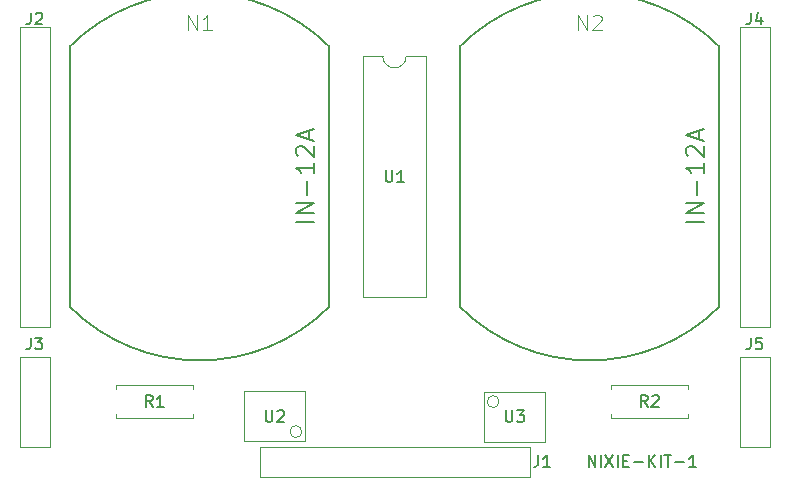
<source format=gbr>
%TF.GenerationSoftware,KiCad,Pcbnew,(5.1.6)-1*%
%TF.CreationDate,2021-12-10T20:44:56+09:00*%
%TF.ProjectId,nixie-kit-1,6e697869-652d-46b6-9974-2d312e6b6963,rev?*%
%TF.SameCoordinates,Original*%
%TF.FileFunction,Legend,Top*%
%TF.FilePolarity,Positive*%
%FSLAX46Y46*%
G04 Gerber Fmt 4.6, Leading zero omitted, Abs format (unit mm)*
G04 Created by KiCad (PCBNEW (5.1.6)-1) date 2021-12-10 20:44:56*
%MOMM*%
%LPD*%
G01*
G04 APERTURE LIST*
%ADD10C,0.150000*%
%ADD11C,0.120000*%
%ADD12C,0.088900*%
G04 APERTURE END LIST*
D10*
X130731190Y-71572380D02*
X130731190Y-70572380D01*
X131302619Y-71572380D01*
X131302619Y-70572380D01*
X131778809Y-71572380D02*
X131778809Y-70572380D01*
X132159761Y-70572380D02*
X132826428Y-71572380D01*
X132826428Y-70572380D02*
X132159761Y-71572380D01*
X133207380Y-71572380D02*
X133207380Y-70572380D01*
X133683571Y-71048571D02*
X134016904Y-71048571D01*
X134159761Y-71572380D02*
X133683571Y-71572380D01*
X133683571Y-70572380D01*
X134159761Y-70572380D01*
X134588333Y-71191428D02*
X135350238Y-71191428D01*
X135826428Y-71572380D02*
X135826428Y-70572380D01*
X136397857Y-71572380D02*
X135969285Y-71000952D01*
X136397857Y-70572380D02*
X135826428Y-71143809D01*
X136826428Y-71572380D02*
X136826428Y-70572380D01*
X137159761Y-70572380D02*
X137731190Y-70572380D01*
X137445476Y-71572380D02*
X137445476Y-70572380D01*
X138064523Y-71191428D02*
X138826428Y-71191428D01*
X139826428Y-71572380D02*
X139255000Y-71572380D01*
X139540714Y-71572380D02*
X139540714Y-70572380D01*
X139445476Y-70715238D01*
X139350238Y-70810476D01*
X139255000Y-70858095D01*
D11*
%TO.C,J1*%
X125730000Y-72390000D02*
X120650000Y-72390000D01*
X125730000Y-69850000D02*
X125730000Y-72390000D01*
X120650000Y-69850000D02*
X125730000Y-69850000D01*
X110490000Y-72390000D02*
X120650000Y-72390000D01*
X120650000Y-69850000D02*
X110490000Y-69850000D01*
%TO.C,J2*%
X102870000Y-72390000D02*
X110490000Y-72390000D01*
X102870000Y-69850000D02*
X102870000Y-72390000D01*
X110490000Y-69850000D02*
X102870000Y-69850000D01*
%TO.C,U2*%
X106750000Y-65180000D02*
X106750000Y-69380000D01*
X101550000Y-65180000D02*
X106750000Y-65180000D01*
X101550000Y-69380000D02*
X101550000Y-65180000D01*
X106750000Y-69380000D02*
X101550000Y-69380000D01*
X106450000Y-68580000D02*
G75*
G03*
X106450000Y-68580000I-500000J0D01*
G01*
%TO.C,U3*%
X127050000Y-65240000D02*
X121850000Y-65240000D01*
X127050000Y-69440000D02*
X127050000Y-65240000D01*
X121850000Y-69440000D02*
X127050000Y-69440000D01*
X121850000Y-65240000D02*
X121850000Y-69440000D01*
X123150000Y-66040000D02*
G75*
G03*
X123150000Y-66040000I-500000J0D01*
G01*
%TO.C,J5*%
X143510000Y-69850000D02*
X143510000Y-62230000D01*
X146050000Y-69850000D02*
X143510000Y-69850000D01*
X146050000Y-62230000D02*
X146050000Y-69850000D01*
X143510000Y-62230000D02*
X146050000Y-62230000D01*
%TO.C,J3*%
X82550000Y-69850000D02*
X82550000Y-62230000D01*
X85090000Y-69850000D02*
X82550000Y-69850000D01*
X85090000Y-62230000D02*
X85090000Y-69850000D01*
X82550000Y-62230000D02*
X85090000Y-62230000D01*
%TO.C,J4*%
X143510000Y-59690000D02*
X143510000Y-34290000D01*
X146050000Y-59690000D02*
X143510000Y-59690000D01*
X146050000Y-34290000D02*
X146050000Y-59690000D01*
X143510000Y-34290000D02*
X146050000Y-34290000D01*
%TO.C,J2*%
X82550000Y-59690000D02*
X82550000Y-34290000D01*
X85090000Y-59690000D02*
X82550000Y-59690000D01*
X85090000Y-34290000D02*
X85090000Y-59690000D01*
X82550000Y-34290000D02*
X85090000Y-34290000D01*
D10*
%TO.C,N1*%
X86790000Y-57990000D02*
X86790000Y-35990000D01*
X108790000Y-35990000D02*
X108790000Y-57990000D01*
X86790000Y-57990000D02*
G75*
G03*
X108790000Y-57990000I11000000J11000000D01*
G01*
X108790000Y-35990000D02*
G75*
G03*
X86790000Y-35990000I-11000000J-11000000D01*
G01*
%TO.C,N2*%
X119810000Y-57990000D02*
X119810000Y-35990000D01*
X141810000Y-35990000D02*
X141810000Y-57990000D01*
X119810000Y-57990000D02*
G75*
G03*
X141810000Y-57990000I11000000J11000000D01*
G01*
X141810000Y-35990000D02*
G75*
G03*
X119810000Y-35990000I-11000000J-11000000D01*
G01*
D11*
%TO.C,R1*%
X97250000Y-67080000D02*
X97250000Y-67410000D01*
X97250000Y-67410000D02*
X90710000Y-67410000D01*
X90710000Y-67410000D02*
X90710000Y-67080000D01*
X97250000Y-65000000D02*
X97250000Y-64670000D01*
X97250000Y-64670000D02*
X90710000Y-64670000D01*
X90710000Y-64670000D02*
X90710000Y-65000000D01*
%TO.C,R2*%
X139160000Y-67410000D02*
X139160000Y-67080000D01*
X132620000Y-67410000D02*
X139160000Y-67410000D01*
X132620000Y-67080000D02*
X132620000Y-67410000D01*
X139160000Y-64670000D02*
X139160000Y-65000000D01*
X132620000Y-64670000D02*
X139160000Y-64670000D01*
X132620000Y-65000000D02*
X132620000Y-64670000D01*
%TO.C,U1*%
X113300000Y-36770000D02*
X111650000Y-36770000D01*
X111650000Y-36770000D02*
X111650000Y-57210000D01*
X111650000Y-57210000D02*
X116950000Y-57210000D01*
X116950000Y-57210000D02*
X116950000Y-36770000D01*
X116950000Y-36770000D02*
X115300000Y-36770000D01*
X115300000Y-36770000D02*
G75*
G02*
X113300000Y-36770000I-1000000J0D01*
G01*
%TO.C,J1*%
D10*
X126456666Y-70572380D02*
X126456666Y-71286666D01*
X126409047Y-71429523D01*
X126313809Y-71524761D01*
X126170952Y-71572380D01*
X126075714Y-71572380D01*
X127456666Y-71572380D02*
X126885238Y-71572380D01*
X127170952Y-71572380D02*
X127170952Y-70572380D01*
X127075714Y-70715238D01*
X126980476Y-70810476D01*
X126885238Y-70858095D01*
%TO.C,U2*%
X103378095Y-66762380D02*
X103378095Y-67571904D01*
X103425714Y-67667142D01*
X103473333Y-67714761D01*
X103568571Y-67762380D01*
X103759047Y-67762380D01*
X103854285Y-67714761D01*
X103901904Y-67667142D01*
X103949523Y-67571904D01*
X103949523Y-66762380D01*
X104378095Y-66857619D02*
X104425714Y-66810000D01*
X104520952Y-66762380D01*
X104759047Y-66762380D01*
X104854285Y-66810000D01*
X104901904Y-66857619D01*
X104949523Y-66952857D01*
X104949523Y-67048095D01*
X104901904Y-67190952D01*
X104330476Y-67762380D01*
X104949523Y-67762380D01*
%TO.C,U3*%
X123698095Y-66762380D02*
X123698095Y-67571904D01*
X123745714Y-67667142D01*
X123793333Y-67714761D01*
X123888571Y-67762380D01*
X124079047Y-67762380D01*
X124174285Y-67714761D01*
X124221904Y-67667142D01*
X124269523Y-67571904D01*
X124269523Y-66762380D01*
X124650476Y-66762380D02*
X125269523Y-66762380D01*
X124936190Y-67143333D01*
X125079047Y-67143333D01*
X125174285Y-67190952D01*
X125221904Y-67238571D01*
X125269523Y-67333809D01*
X125269523Y-67571904D01*
X125221904Y-67667142D01*
X125174285Y-67714761D01*
X125079047Y-67762380D01*
X124793333Y-67762380D01*
X124698095Y-67714761D01*
X124650476Y-67667142D01*
%TO.C,J5*%
X144446666Y-60622380D02*
X144446666Y-61336666D01*
X144399047Y-61479523D01*
X144303809Y-61574761D01*
X144160952Y-61622380D01*
X144065714Y-61622380D01*
X145399047Y-60622380D02*
X144922857Y-60622380D01*
X144875238Y-61098571D01*
X144922857Y-61050952D01*
X145018095Y-61003333D01*
X145256190Y-61003333D01*
X145351428Y-61050952D01*
X145399047Y-61098571D01*
X145446666Y-61193809D01*
X145446666Y-61431904D01*
X145399047Y-61527142D01*
X145351428Y-61574761D01*
X145256190Y-61622380D01*
X145018095Y-61622380D01*
X144922857Y-61574761D01*
X144875238Y-61527142D01*
%TO.C,J3*%
X83486666Y-60622380D02*
X83486666Y-61336666D01*
X83439047Y-61479523D01*
X83343809Y-61574761D01*
X83200952Y-61622380D01*
X83105714Y-61622380D01*
X83867619Y-60622380D02*
X84486666Y-60622380D01*
X84153333Y-61003333D01*
X84296190Y-61003333D01*
X84391428Y-61050952D01*
X84439047Y-61098571D01*
X84486666Y-61193809D01*
X84486666Y-61431904D01*
X84439047Y-61527142D01*
X84391428Y-61574761D01*
X84296190Y-61622380D01*
X84010476Y-61622380D01*
X83915238Y-61574761D01*
X83867619Y-61527142D01*
%TO.C,J4*%
X144446666Y-33107380D02*
X144446666Y-33821666D01*
X144399047Y-33964523D01*
X144303809Y-34059761D01*
X144160952Y-34107380D01*
X144065714Y-34107380D01*
X145351428Y-33440714D02*
X145351428Y-34107380D01*
X145113333Y-33059761D02*
X144875238Y-33774047D01*
X145494285Y-33774047D01*
%TO.C,J2*%
X83486666Y-33107380D02*
X83486666Y-33821666D01*
X83439047Y-33964523D01*
X83343809Y-34059761D01*
X83200952Y-34107380D01*
X83105714Y-34107380D01*
X83915238Y-33202619D02*
X83962857Y-33155000D01*
X84058095Y-33107380D01*
X84296190Y-33107380D01*
X84391428Y-33155000D01*
X84439047Y-33202619D01*
X84486666Y-33297857D01*
X84486666Y-33393095D01*
X84439047Y-33535952D01*
X83867619Y-34107380D01*
X84486666Y-34107380D01*
%TO.C,N1*%
D12*
X96822380Y-34564523D02*
X96822380Y-33294523D01*
X97548095Y-34564523D01*
X97548095Y-33294523D01*
X98818095Y-34564523D02*
X98092380Y-34564523D01*
X98455238Y-34564523D02*
X98455238Y-33294523D01*
X98334285Y-33475952D01*
X98213333Y-33596904D01*
X98092380Y-33657380D01*
D10*
X107479428Y-50836285D02*
X105955428Y-50836285D01*
X107479428Y-50110571D02*
X105955428Y-50110571D01*
X107479428Y-49239714D01*
X105955428Y-49239714D01*
X106898857Y-48514000D02*
X106898857Y-47352857D01*
X107479428Y-45828857D02*
X107479428Y-46699714D01*
X107479428Y-46264285D02*
X105955428Y-46264285D01*
X106173142Y-46409428D01*
X106318285Y-46554571D01*
X106390857Y-46699714D01*
X106100571Y-45248285D02*
X106028000Y-45175714D01*
X105955428Y-45030571D01*
X105955428Y-44667714D01*
X106028000Y-44522571D01*
X106100571Y-44450000D01*
X106245714Y-44377428D01*
X106390857Y-44377428D01*
X106608571Y-44450000D01*
X107479428Y-45320857D01*
X107479428Y-44377428D01*
X107044000Y-43796857D02*
X107044000Y-43071142D01*
X107479428Y-43942000D02*
X105955428Y-43434000D01*
X107479428Y-42926000D01*
%TO.C,N2*%
D12*
X129842380Y-34564523D02*
X129842380Y-33294523D01*
X130568095Y-34564523D01*
X130568095Y-33294523D01*
X131112380Y-33415476D02*
X131172857Y-33355000D01*
X131293809Y-33294523D01*
X131596190Y-33294523D01*
X131717142Y-33355000D01*
X131777619Y-33415476D01*
X131838095Y-33536428D01*
X131838095Y-33657380D01*
X131777619Y-33838809D01*
X131051904Y-34564523D01*
X131838095Y-34564523D01*
D10*
X140499428Y-50836285D02*
X138975428Y-50836285D01*
X140499428Y-50110571D02*
X138975428Y-50110571D01*
X140499428Y-49239714D01*
X138975428Y-49239714D01*
X139918857Y-48514000D02*
X139918857Y-47352857D01*
X140499428Y-45828857D02*
X140499428Y-46699714D01*
X140499428Y-46264285D02*
X138975428Y-46264285D01*
X139193142Y-46409428D01*
X139338285Y-46554571D01*
X139410857Y-46699714D01*
X139120571Y-45248285D02*
X139048000Y-45175714D01*
X138975428Y-45030571D01*
X138975428Y-44667714D01*
X139048000Y-44522571D01*
X139120571Y-44450000D01*
X139265714Y-44377428D01*
X139410857Y-44377428D01*
X139628571Y-44450000D01*
X140499428Y-45320857D01*
X140499428Y-44377428D01*
X140064000Y-43796857D02*
X140064000Y-43071142D01*
X140499428Y-43942000D02*
X138975428Y-43434000D01*
X140499428Y-42926000D01*
%TO.C,R1*%
X93813333Y-66492380D02*
X93480000Y-66016190D01*
X93241904Y-66492380D02*
X93241904Y-65492380D01*
X93622857Y-65492380D01*
X93718095Y-65540000D01*
X93765714Y-65587619D01*
X93813333Y-65682857D01*
X93813333Y-65825714D01*
X93765714Y-65920952D01*
X93718095Y-65968571D01*
X93622857Y-66016190D01*
X93241904Y-66016190D01*
X94765714Y-66492380D02*
X94194285Y-66492380D01*
X94480000Y-66492380D02*
X94480000Y-65492380D01*
X94384761Y-65635238D01*
X94289523Y-65730476D01*
X94194285Y-65778095D01*
%TO.C,R2*%
X135723333Y-66492380D02*
X135390000Y-66016190D01*
X135151904Y-66492380D02*
X135151904Y-65492380D01*
X135532857Y-65492380D01*
X135628095Y-65540000D01*
X135675714Y-65587619D01*
X135723333Y-65682857D01*
X135723333Y-65825714D01*
X135675714Y-65920952D01*
X135628095Y-65968571D01*
X135532857Y-66016190D01*
X135151904Y-66016190D01*
X136104285Y-65587619D02*
X136151904Y-65540000D01*
X136247142Y-65492380D01*
X136485238Y-65492380D01*
X136580476Y-65540000D01*
X136628095Y-65587619D01*
X136675714Y-65682857D01*
X136675714Y-65778095D01*
X136628095Y-65920952D01*
X136056666Y-66492380D01*
X136675714Y-66492380D01*
%TO.C,U1*%
X113538095Y-46442380D02*
X113538095Y-47251904D01*
X113585714Y-47347142D01*
X113633333Y-47394761D01*
X113728571Y-47442380D01*
X113919047Y-47442380D01*
X114014285Y-47394761D01*
X114061904Y-47347142D01*
X114109523Y-47251904D01*
X114109523Y-46442380D01*
X115109523Y-47442380D02*
X114538095Y-47442380D01*
X114823809Y-47442380D02*
X114823809Y-46442380D01*
X114728571Y-46585238D01*
X114633333Y-46680476D01*
X114538095Y-46728095D01*
%TD*%
M02*

</source>
